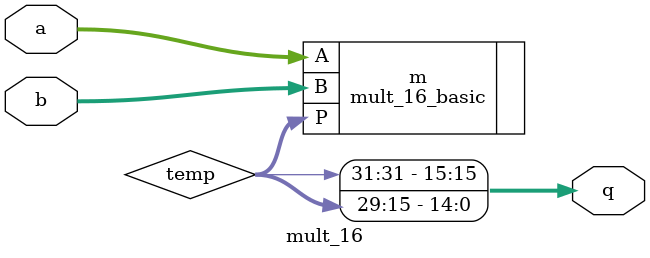
<source format=v>
`timescale 1ns / 1ps


module mult_16(
       input signed[15:0] a,
       input signed[15:0] b,
       output reg signed[15:0] q
    );
    wire signed[31:0] temp;
    mult_16_basic m(.A(a),.B(b),.P(temp));
    always@(temp)
    begin
       q={temp[31],temp[29:15]};
    end
endmodule

</source>
